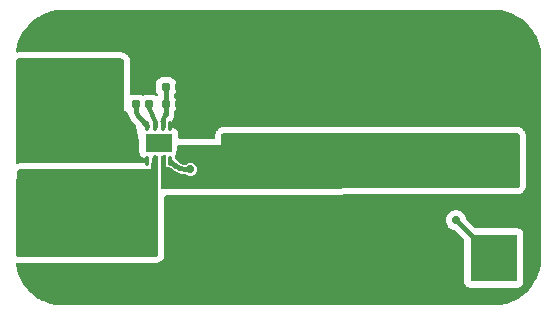
<source format=gtl>
%TF.GenerationSoftware,KiCad,Pcbnew,8.0.1*%
%TF.CreationDate,2024-12-12T11:44:27-05:00*%
%TF.ProjectId,max9643_breakout,6d617839-3634-4335-9f62-7265616b6f75,rev?*%
%TF.SameCoordinates,Original*%
%TF.FileFunction,Copper,L1,Top*%
%TF.FilePolarity,Positive*%
%FSLAX46Y46*%
G04 Gerber Fmt 4.6, Leading zero omitted, Abs format (unit mm)*
G04 Created by KiCad (PCBNEW 8.0.1) date 2024-12-12 11:44:27*
%MOMM*%
%LPD*%
G01*
G04 APERTURE LIST*
G04 Aperture macros list*
%AMRoundRect*
0 Rectangle with rounded corners*
0 $1 Rounding radius*
0 $2 $3 $4 $5 $6 $7 $8 $9 X,Y pos of 4 corners*
0 Add a 4 corners polygon primitive as box body*
4,1,4,$2,$3,$4,$5,$6,$7,$8,$9,$2,$3,0*
0 Add four circle primitives for the rounded corners*
1,1,$1+$1,$2,$3*
1,1,$1+$1,$4,$5*
1,1,$1+$1,$6,$7*
1,1,$1+$1,$8,$9*
0 Add four rect primitives between the rounded corners*
20,1,$1+$1,$2,$3,$4,$5,0*
20,1,$1+$1,$4,$5,$6,$7,0*
20,1,$1+$1,$6,$7,$8,$9,0*
20,1,$1+$1,$8,$9,$2,$3,0*%
G04 Aperture macros list end*
%TA.AperFunction,SMDPad,CuDef*%
%ADD10R,4.000000X4.000000*%
%TD*%
%TA.AperFunction,SMDPad,CuDef*%
%ADD11RoundRect,0.155000X0.155000X-0.212500X0.155000X0.212500X-0.155000X0.212500X-0.155000X-0.212500X0*%
%TD*%
%TA.AperFunction,SMDPad,CuDef*%
%ADD12RoundRect,0.155000X-0.212500X-0.155000X0.212500X-0.155000X0.212500X0.155000X-0.212500X0.155000X0*%
%TD*%
%TA.AperFunction,SMDPad,CuDef*%
%ADD13RoundRect,0.040000X-0.120000X0.340000X-0.120000X-0.340000X0.120000X-0.340000X0.120000X0.340000X0*%
%TD*%
%TA.AperFunction,SMDPad,CuDef*%
%ADD14R,2.300000X1.500000*%
%TD*%
%TA.AperFunction,SMDPad,CuDef*%
%ADD15RoundRect,0.155000X0.212500X0.155000X-0.212500X0.155000X-0.212500X-0.155000X0.212500X-0.155000X0*%
%TD*%
%TA.AperFunction,ViaPad*%
%ADD16C,0.700000*%
%TD*%
%TA.AperFunction,Conductor*%
%ADD17C,0.381000*%
%TD*%
%ADD18C,0.300000*%
G04 APERTURE END LIST*
D10*
%TO.P,J3,1,Pin_1*%
%TO.N,/RS+*%
X93500000Y-58500000D03*
%TD*%
%TO.P,J2,1,Pin_1*%
%TO.N,GND*%
X130000000Y-56000000D03*
%TD*%
%TO.P,J4,1,Pin_1*%
%TO.N,/OUT*%
X130000000Y-73000000D03*
%TD*%
D11*
%TO.P,C1,1*%
%TO.N,/VCC*%
X105925280Y-63751470D03*
%TO.P,C1,2*%
%TO.N,GND*%
X105925280Y-62616470D03*
%TD*%
D12*
%TO.P,C4,1*%
%TO.N,/VEE*%
X102240300Y-60000000D03*
%TO.P,C4,2*%
%TO.N,GND*%
X103375300Y-60000000D03*
%TD*%
D13*
%TO.P,U1,1,GND*%
%TO.N,GND*%
X102618618Y-61781470D03*
D14*
X101643618Y-63266470D03*
D13*
%TO.P,U1,2,VEE*%
%TO.N,/VEE*%
X101968618Y-61781470D03*
%TO.P,U1,3,CP1*%
%TO.N,/CP1*%
X101318618Y-61781470D03*
%TO.P,U1,4,CP2*%
%TO.N,/CP2*%
X100668618Y-61781470D03*
%TO.P,U1,5,RS+*%
%TO.N,/RS+*%
X100668618Y-64751470D03*
%TO.P,U1,6,RS-*%
%TO.N,/RS-*%
X101318618Y-64751470D03*
%TO.P,U1,7,VCC*%
%TO.N,/VCC*%
X101968618Y-64751470D03*
%TO.P,U1,8,OUT*%
%TO.N,/OUT*%
X102618618Y-64751470D03*
%TD*%
D10*
%TO.P,J5,1,Pin_1*%
%TO.N,/RS-*%
X93500000Y-70500000D03*
%TD*%
%TO.P,J1,1,Pin_1*%
%TO.N,/VCC*%
X130000000Y-64762500D03*
%TD*%
D12*
%TO.P,C3,1*%
%TO.N,/VEE*%
X102240300Y-58498530D03*
%TO.P,C3,2*%
%TO.N,GND*%
X103375300Y-58498530D03*
%TD*%
D11*
%TO.P,C2,1*%
%TO.N,/VCC*%
X104500000Y-63751470D03*
%TO.P,C2,2*%
%TO.N,GND*%
X104500000Y-62616470D03*
%TD*%
D15*
%TO.P,C5,1*%
%TO.N,/CP1*%
X100842800Y-60000000D03*
%TO.P,C5,2*%
%TO.N,/CP2*%
X99707800Y-60000000D03*
%TD*%
D16*
%TO.N,GND*%
X120000000Y-69000000D03*
X129000000Y-69000000D03*
X109500000Y-72000000D03*
X99000000Y-75000000D03*
X105000000Y-57000000D03*
X96000000Y-75000000D03*
X111000000Y-75000000D03*
X112500000Y-60000000D03*
X97500000Y-54000000D03*
X118500000Y-72000000D03*
X115500000Y-54000000D03*
X124500000Y-72000000D03*
X93000000Y-75000000D03*
X124500000Y-54000000D03*
X103500000Y-72000000D03*
X105000000Y-75000000D03*
X112500000Y-54000000D03*
X117000000Y-57000000D03*
X102000000Y-75000000D03*
X124500000Y-60000000D03*
X123000000Y-75000000D03*
X120000000Y-57000000D03*
X127500000Y-60000000D03*
X117000000Y-75000000D03*
X106500000Y-60000000D03*
X117000000Y-69000000D03*
X103500000Y-54000000D03*
X115500000Y-72000000D03*
X102000000Y-57000000D03*
X120000000Y-75000000D03*
X100500000Y-54000000D03*
X123000000Y-57000000D03*
X102200000Y-63200000D03*
X91500000Y-54000000D03*
X105000000Y-69000000D03*
X115500000Y-60000000D03*
X101100000Y-63200000D03*
X121500000Y-72000000D03*
X123000000Y-69000000D03*
X108000000Y-57000000D03*
X108000000Y-69000000D03*
X121500000Y-54000000D03*
X94500000Y-54000000D03*
X109500000Y-60000000D03*
X132000000Y-69000000D03*
X126000000Y-57000000D03*
X109500000Y-54000000D03*
X114000000Y-75000000D03*
X118500000Y-60000000D03*
X121500000Y-60000000D03*
X114000000Y-57000000D03*
X111000000Y-69000000D03*
X106500000Y-54000000D03*
X114000000Y-69000000D03*
X126000000Y-75000000D03*
X118500000Y-54000000D03*
X130500000Y-60000000D03*
X112500000Y-72000000D03*
X106500000Y-72000000D03*
X111000000Y-57000000D03*
X108000000Y-75000000D03*
%TO.N,/OUT*%
X126800000Y-69800000D03*
X104300000Y-65500000D03*
%TD*%
D17*
%TO.N,/VEE*%
X102240300Y-60767591D02*
X102240300Y-60000000D01*
X102240300Y-59975251D02*
X102240300Y-58498530D01*
X101968618Y-61423490D02*
X101968618Y-61781470D01*
X102240300Y-60767591D02*
G75*
G02*
X102104465Y-61095547I-463800J-9D01*
G01*
X102104459Y-61095541D02*
G75*
G03*
X101968609Y-61423490I327941J-327959D01*
G01*
%TO.N,/CP2*%
X99997944Y-61110796D02*
X100668618Y-61781470D01*
X99707800Y-60410326D02*
X99707800Y-60000000D01*
X99707800Y-60410326D02*
G75*
G03*
X99997960Y-61110780I990600J26D01*
G01*
%TO.N,/CP1*%
X100842800Y-60321400D02*
X100842800Y-60000000D01*
X101070064Y-60870064D02*
X101084264Y-60884264D01*
X101318618Y-61450044D02*
X101318618Y-61781470D01*
X101084264Y-60884264D02*
G75*
G02*
X101318591Y-61450044I-565764J-565736D01*
G01*
X100842800Y-60321400D02*
G75*
G03*
X101070070Y-60870058I775900J0D01*
G01*
%TO.N,/OUT*%
X103037335Y-65170187D02*
X102618618Y-64751470D01*
X126900000Y-69900000D02*
X130000000Y-73000000D01*
X103833574Y-65500000D02*
X104300000Y-65500000D01*
X103037335Y-65170187D02*
G75*
G03*
X103833574Y-65500004I796265J796287D01*
G01*
%TD*%
%TA.AperFunction,Conductor*%
%TO.N,/RS+*%
G36*
X98461980Y-56102383D02*
G01*
X98521480Y-56114218D01*
X98566175Y-56132730D01*
X98606272Y-56159522D01*
X98640477Y-56193727D01*
X98667267Y-56233822D01*
X98685781Y-56278517D01*
X98689542Y-56297427D01*
X98697617Y-56338019D01*
X98700000Y-56362210D01*
X98700000Y-60500000D01*
X98800000Y-60575000D01*
X98800003Y-60575002D01*
X98800004Y-60575003D01*
X99018003Y-60738502D01*
X99059824Y-60794473D01*
X99063377Y-60805604D01*
X99102620Y-60952043D01*
X99186984Y-61155700D01*
X99186990Y-61155712D01*
X99297208Y-61346602D01*
X99297212Y-61346608D01*
X99431403Y-61521478D01*
X99431414Y-61521490D01*
X99461208Y-61551282D01*
X99660433Y-61750507D01*
X99693648Y-61810615D01*
X99990014Y-63110064D01*
X99993118Y-63137637D01*
X99993118Y-64064340D01*
X99993119Y-64064346D01*
X99999526Y-64123953D01*
X100049820Y-64258798D01*
X100049824Y-64258805D01*
X100136070Y-64374014D01*
X100136073Y-64374017D01*
X100251282Y-64460263D01*
X100251289Y-64460267D01*
X100386134Y-64510561D01*
X100445721Y-64516968D01*
X100445731Y-64516968D01*
X100445745Y-64516970D01*
X100445758Y-64516969D01*
X100446523Y-64517011D01*
X100446700Y-64517073D01*
X100449049Y-64517326D01*
X100448989Y-64517880D01*
X100512418Y-64540241D01*
X100555293Y-64595408D01*
X100563486Y-64651132D01*
X100544348Y-64880797D01*
X100519164Y-64945970D01*
X100462743Y-64987182D01*
X100420776Y-64994500D01*
X89858723Y-64994500D01*
X89809632Y-64996892D01*
X89809622Y-64996893D01*
X89785638Y-64999235D01*
X89736992Y-65006388D01*
X89704142Y-65012864D01*
X89677953Y-65018027D01*
X89659691Y-65023516D01*
X89589823Y-65023961D01*
X89530806Y-64986562D01*
X89501377Y-64923192D01*
X89500000Y-64904764D01*
X89500000Y-56362210D01*
X89502383Y-56338019D01*
X89514218Y-56278517D01*
X89532729Y-56233826D01*
X89559524Y-56193724D01*
X89593724Y-56159524D01*
X89633826Y-56132729D01*
X89678514Y-56114219D01*
X89738028Y-56102381D01*
X89762211Y-56100000D01*
X98437789Y-56100000D01*
X98461980Y-56102383D01*
G37*
%TD.AperFunction*%
%TD*%
%TA.AperFunction,Conductor*%
%TO.N,/RS-*%
G36*
X101363825Y-64302749D02*
G01*
X101421484Y-64314219D01*
X101466175Y-64332730D01*
X101506272Y-64359522D01*
X101540477Y-64393727D01*
X101567267Y-64433821D01*
X101585781Y-64478518D01*
X101593087Y-64515250D01*
X101595320Y-64545522D01*
X101594807Y-64555977D01*
X101594500Y-64562219D01*
X101594500Y-66936939D01*
X101595491Y-66957094D01*
X101595494Y-66957123D01*
X101597883Y-66981346D01*
X101598653Y-66986523D01*
X101600000Y-67004753D01*
X101600000Y-72637789D01*
X101597617Y-72661982D01*
X101585781Y-72721482D01*
X101567266Y-72766179D01*
X101541481Y-72804772D01*
X101540481Y-72806268D01*
X101506269Y-72840479D01*
X101471975Y-72863394D01*
X101466179Y-72867267D01*
X101421482Y-72885781D01*
X101387857Y-72892469D01*
X101361978Y-72897617D01*
X101337789Y-72900000D01*
X89765719Y-72900000D01*
X89741322Y-72897576D01*
X89726775Y-72894656D01*
X89681346Y-72885540D01*
X89636332Y-72866716D01*
X89596054Y-72839507D01*
X89561786Y-72804772D01*
X89535123Y-72764129D01*
X89516908Y-72718864D01*
X89505684Y-72658732D01*
X89503590Y-72634304D01*
X89579912Y-66986523D01*
X89596503Y-65758722D01*
X89599168Y-65734780D01*
X89611603Y-65675909D01*
X89630408Y-65631783D01*
X89657313Y-65592243D01*
X89691460Y-65558555D01*
X89731360Y-65532185D01*
X89775738Y-65513979D01*
X89821090Y-65505037D01*
X89834766Y-65502342D01*
X89858750Y-65500000D01*
X100769965Y-65500000D01*
X100769967Y-65500000D01*
X101000000Y-65500000D01*
X101079937Y-64540753D01*
X101083968Y-64518100D01*
X101099273Y-64462606D01*
X101119420Y-64421429D01*
X101146807Y-64384723D01*
X101180544Y-64353681D01*
X101219394Y-64329439D01*
X101262102Y-64312779D01*
X101316717Y-64302505D01*
X101363825Y-64302749D01*
G37*
%TD.AperFunction*%
%TD*%
%TA.AperFunction,Conductor*%
%TO.N,GND*%
G36*
X130000733Y-52000008D02*
G01*
X130191077Y-52002343D01*
X130201681Y-52002930D01*
X130581224Y-52040312D01*
X130593249Y-52042096D01*
X130966527Y-52116345D01*
X130978329Y-52119301D01*
X131342544Y-52229785D01*
X131354002Y-52233885D01*
X131705627Y-52379532D01*
X131716626Y-52384734D01*
X132052282Y-52564147D01*
X132062713Y-52570399D01*
X132379169Y-52781849D01*
X132388942Y-52789097D01*
X132683148Y-53030544D01*
X132692165Y-53038717D01*
X132961282Y-53307834D01*
X132969455Y-53316851D01*
X133210902Y-53611057D01*
X133218150Y-53620830D01*
X133429600Y-53937286D01*
X133435856Y-53947724D01*
X133615264Y-54283372D01*
X133620467Y-54294372D01*
X133766114Y-54645997D01*
X133770214Y-54657455D01*
X133880698Y-55021670D01*
X133883654Y-55033474D01*
X133957902Y-55406744D01*
X133959688Y-55418781D01*
X133997068Y-55798304D01*
X133997656Y-55808937D01*
X133999991Y-55999266D01*
X134000000Y-56000787D01*
X134000000Y-72999212D01*
X133999991Y-73000733D01*
X133997656Y-73191062D01*
X133997068Y-73201695D01*
X133959688Y-73581218D01*
X133957902Y-73593255D01*
X133883654Y-73966525D01*
X133880698Y-73978329D01*
X133770214Y-74342544D01*
X133766114Y-74354002D01*
X133620467Y-74705627D01*
X133615264Y-74716627D01*
X133435856Y-75052275D01*
X133429600Y-75062713D01*
X133218150Y-75379169D01*
X133210902Y-75388942D01*
X132969455Y-75683148D01*
X132961282Y-75692165D01*
X132692165Y-75961282D01*
X132683148Y-75969455D01*
X132388942Y-76210902D01*
X132379169Y-76218150D01*
X132062713Y-76429600D01*
X132052275Y-76435856D01*
X131716627Y-76615264D01*
X131705627Y-76620467D01*
X131354002Y-76766114D01*
X131342544Y-76770214D01*
X130978329Y-76880698D01*
X130966525Y-76883654D01*
X130593255Y-76957902D01*
X130581218Y-76959688D01*
X130201695Y-76997068D01*
X130191062Y-76997656D01*
X130000734Y-76999991D01*
X129999213Y-77000000D01*
X93500787Y-77000000D01*
X93499266Y-76999991D01*
X93308937Y-76997656D01*
X93298304Y-76997068D01*
X92918781Y-76959688D01*
X92906744Y-76957902D01*
X92533474Y-76883654D01*
X92521670Y-76880698D01*
X92157455Y-76770214D01*
X92145997Y-76766114D01*
X91794372Y-76620467D01*
X91783372Y-76615264D01*
X91447724Y-76435856D01*
X91437286Y-76429600D01*
X91120830Y-76218150D01*
X91111057Y-76210902D01*
X90816851Y-75969455D01*
X90807834Y-75961282D01*
X90538717Y-75692165D01*
X90530544Y-75683148D01*
X90289097Y-75388942D01*
X90281849Y-75379169D01*
X90175387Y-75219839D01*
X90070396Y-75062708D01*
X90064143Y-75052275D01*
X90061795Y-75047883D01*
X89884734Y-74716626D01*
X89879532Y-74705627D01*
X89733885Y-74354002D01*
X89729785Y-74342544D01*
X89619301Y-73978329D01*
X89616345Y-73966525D01*
X89542097Y-73593255D01*
X89540311Y-73581218D01*
X89535591Y-73533293D01*
X89548610Y-73464647D01*
X89596675Y-73413937D01*
X89664526Y-73397262D01*
X89677335Y-73398503D01*
X89691343Y-73400599D01*
X89715740Y-73403023D01*
X89765719Y-73405500D01*
X101337776Y-73405500D01*
X101337789Y-73405500D01*
X101387349Y-73403065D01*
X101411538Y-73400682D01*
X101460596Y-73393404D01*
X101520100Y-73381568D01*
X101614928Y-73352802D01*
X101659625Y-73334288D01*
X101747025Y-73287571D01*
X101787115Y-73260783D01*
X101863706Y-73197927D01*
X101897918Y-73163716D01*
X101960797Y-73087097D01*
X101987582Y-73047008D01*
X102034284Y-72959633D01*
X102052799Y-72914936D01*
X102081567Y-72820106D01*
X102093403Y-72760606D01*
X102100682Y-72711534D01*
X102103065Y-72687341D01*
X102105500Y-72637789D01*
X102105500Y-69800000D01*
X125944815Y-69800000D01*
X125963503Y-69977805D01*
X125963504Y-69977807D01*
X126018747Y-70147829D01*
X126018750Y-70147835D01*
X126108141Y-70302665D01*
X126149812Y-70348946D01*
X126227764Y-70435521D01*
X126227767Y-70435523D01*
X126227770Y-70435526D01*
X126372407Y-70540612D01*
X126535733Y-70613329D01*
X126627273Y-70632786D01*
X126688755Y-70665978D01*
X126689173Y-70666395D01*
X127463181Y-71440403D01*
X127496666Y-71501726D01*
X127499500Y-71528084D01*
X127499500Y-75047870D01*
X127499501Y-75047876D01*
X127505908Y-75107483D01*
X127556202Y-75242328D01*
X127556206Y-75242335D01*
X127642452Y-75357544D01*
X127642455Y-75357547D01*
X127757664Y-75443793D01*
X127757671Y-75443797D01*
X127892517Y-75494091D01*
X127892516Y-75494091D01*
X127899444Y-75494835D01*
X127952127Y-75500500D01*
X132047872Y-75500499D01*
X132107483Y-75494091D01*
X132242331Y-75443796D01*
X132357546Y-75357546D01*
X132443796Y-75242331D01*
X132494091Y-75107483D01*
X132500500Y-75047873D01*
X132500499Y-70952128D01*
X132494091Y-70892517D01*
X132443796Y-70757669D01*
X132443795Y-70757668D01*
X132443793Y-70757664D01*
X132357547Y-70642455D01*
X132357544Y-70642452D01*
X132242335Y-70556206D01*
X132242328Y-70556202D01*
X132107482Y-70505908D01*
X132107483Y-70505908D01*
X132047883Y-70499501D01*
X132047881Y-70499500D01*
X132047873Y-70499500D01*
X132047865Y-70499500D01*
X128528084Y-70499500D01*
X128461045Y-70479815D01*
X128440403Y-70463181D01*
X127671901Y-69694679D01*
X127638416Y-69633356D01*
X127637009Y-69624605D01*
X127636498Y-69622201D01*
X127581252Y-69452170D01*
X127581249Y-69452164D01*
X127491859Y-69297335D01*
X127445003Y-69245296D01*
X127372235Y-69164478D01*
X127372232Y-69164476D01*
X127372231Y-69164475D01*
X127372230Y-69164474D01*
X127227593Y-69059388D01*
X127064267Y-68986671D01*
X127064265Y-68986670D01*
X126936594Y-68959533D01*
X126889391Y-68949500D01*
X126710609Y-68949500D01*
X126679954Y-68956015D01*
X126535733Y-68986670D01*
X126535728Y-68986672D01*
X126372408Y-69059387D01*
X126227768Y-69164475D01*
X126108140Y-69297336D01*
X126018750Y-69452164D01*
X126018747Y-69452170D01*
X125963504Y-69622192D01*
X125963503Y-69622194D01*
X125944815Y-69800000D01*
X102105500Y-69800000D01*
X102105500Y-67828087D01*
X102125185Y-67761048D01*
X102177989Y-67715293D01*
X102229089Y-67704088D01*
X131940305Y-67606356D01*
X131989748Y-67603769D01*
X132013867Y-67601318D01*
X132062800Y-67593910D01*
X132122153Y-67581927D01*
X132122160Y-67581925D01*
X132216701Y-67552971D01*
X132216703Y-67552969D01*
X132216710Y-67552968D01*
X132261270Y-67534382D01*
X132348375Y-67487571D01*
X132388332Y-67460754D01*
X132464665Y-67397872D01*
X132498750Y-67363674D01*
X132561371Y-67287145D01*
X132588054Y-67247104D01*
X132634576Y-67159852D01*
X132653016Y-67115232D01*
X132681665Y-67020583D01*
X132693453Y-66961197D01*
X132700703Y-66912224D01*
X132703076Y-66888081D01*
X132704016Y-66868893D01*
X132705500Y-66838646D01*
X132705500Y-62662223D01*
X132705500Y-62662210D01*
X132703065Y-62612654D01*
X132700682Y-62588463D01*
X132700681Y-62588460D01*
X132700680Y-62588446D01*
X132693406Y-62539419D01*
X132693404Y-62539406D01*
X132693403Y-62539398D01*
X132681567Y-62479896D01*
X132652799Y-62385064D01*
X132634285Y-62340369D01*
X132598886Y-62274141D01*
X132587585Y-62252998D01*
X132587571Y-62252974D01*
X132560797Y-62212904D01*
X132560784Y-62212886D01*
X132497915Y-62136280D01*
X132463719Y-62102085D01*
X132463714Y-62102080D01*
X132387113Y-62039214D01*
X132361916Y-62022378D01*
X132347021Y-62012425D01*
X132347011Y-62012419D01*
X132274814Y-61973830D01*
X132259610Y-61965704D01*
X132259608Y-61965703D01*
X132259607Y-61965702D01*
X132214912Y-61947190D01*
X132120100Y-61918432D01*
X132120097Y-61918431D01*
X132120096Y-61918431D01*
X132060596Y-61906596D01*
X132060591Y-61906595D01*
X132060573Y-61906592D01*
X132011570Y-61899322D01*
X132011511Y-61899315D01*
X131987350Y-61896935D01*
X131974303Y-61896294D01*
X131937789Y-61894500D01*
X107162211Y-61894500D01*
X107135647Y-61895804D01*
X107112690Y-61896931D01*
X107112652Y-61896934D01*
X107088528Y-61899309D01*
X107088477Y-61899315D01*
X107039431Y-61906590D01*
X107039413Y-61906593D01*
X107039410Y-61906594D01*
X107031828Y-61908102D01*
X106979905Y-61918429D01*
X106885070Y-61947197D01*
X106840380Y-61965707D01*
X106752992Y-62012417D01*
X106752981Y-62012423D01*
X106722807Y-62032585D01*
X106712887Y-62039214D01*
X106712884Y-62039216D01*
X106712880Y-62039218D01*
X106636276Y-62102086D01*
X106602086Y-62136276D01*
X106539218Y-62212880D01*
X106539216Y-62212883D01*
X106539215Y-62212885D01*
X106532585Y-62222807D01*
X106512423Y-62252981D01*
X106512417Y-62252991D01*
X106465705Y-62340385D01*
X106465701Y-62340395D01*
X106447196Y-62385072D01*
X106418429Y-62479904D01*
X106406591Y-62539424D01*
X106399317Y-62588467D01*
X106399316Y-62588474D01*
X106396935Y-62612644D01*
X106396935Y-62612653D01*
X106396935Y-62612654D01*
X106394500Y-62662210D01*
X106394500Y-62662223D01*
X106394500Y-62770500D01*
X106374815Y-62837539D01*
X106322011Y-62883294D01*
X106270500Y-62894500D01*
X106229186Y-62894500D01*
X106194591Y-62889576D01*
X106189000Y-62887952D01*
X106183636Y-62886393D01*
X106146483Y-62883470D01*
X105704089Y-62883470D01*
X105704064Y-62883471D01*
X105666921Y-62886394D01*
X105655969Y-62889576D01*
X105621374Y-62894500D01*
X104803906Y-62894500D01*
X104769311Y-62889576D01*
X104763720Y-62887952D01*
X104758356Y-62886393D01*
X104721203Y-62883470D01*
X104278809Y-62883470D01*
X104278784Y-62883471D01*
X104241641Y-62886394D01*
X104230689Y-62889576D01*
X104196094Y-62894500D01*
X103435106Y-62894500D01*
X103423763Y-62895017D01*
X103355897Y-62878406D01*
X103307785Y-62827740D01*
X103294117Y-62771146D01*
X103294117Y-62468599D01*
X103294116Y-62468593D01*
X103287709Y-62408986D01*
X103237415Y-62274141D01*
X103237411Y-62274134D01*
X103151165Y-62158925D01*
X103151162Y-62158922D01*
X103035953Y-62072676D01*
X103035946Y-62072672D01*
X102901100Y-62022378D01*
X102901101Y-62022378D01*
X102841501Y-62015971D01*
X102841499Y-62015970D01*
X102841491Y-62015970D01*
X102841483Y-62015970D01*
X102777605Y-62015970D01*
X102710566Y-61996285D01*
X102664811Y-61943481D01*
X102654867Y-61874323D01*
X102655988Y-61867777D01*
X102659618Y-61849529D01*
X102659618Y-61557046D01*
X102679303Y-61490007D01*
X102683299Y-61484162D01*
X102764189Y-61372822D01*
X102846706Y-61210864D01*
X102902871Y-61037992D01*
X102931302Y-60858461D01*
X102931300Y-60767578D01*
X102931300Y-60759044D01*
X102931300Y-60654879D01*
X102950985Y-60587840D01*
X102967617Y-60567199D01*
X102974863Y-60559954D01*
X103059170Y-60417400D01*
X103105376Y-60258358D01*
X103108300Y-60221203D01*
X103108299Y-59778798D01*
X103105376Y-59741642D01*
X103059170Y-59582600D01*
X102974863Y-59440046D01*
X102974861Y-59440044D01*
X102974858Y-59440040D01*
X102967619Y-59432801D01*
X102934134Y-59371478D01*
X102931300Y-59345120D01*
X102931300Y-59153409D01*
X102950985Y-59086370D01*
X102967617Y-59065729D01*
X102974863Y-59058484D01*
X103059170Y-58915930D01*
X103105376Y-58756888D01*
X103108300Y-58719733D01*
X103108299Y-58277328D01*
X103105376Y-58240172D01*
X103059170Y-58081130D01*
X102974863Y-57938576D01*
X102974861Y-57938574D01*
X102974858Y-57938570D01*
X102857759Y-57821471D01*
X102857750Y-57821464D01*
X102715198Y-57737159D01*
X102715195Y-57737158D01*
X102556162Y-57690954D01*
X102556156Y-57690953D01*
X102519003Y-57688030D01*
X101961609Y-57688030D01*
X101961584Y-57688031D01*
X101924445Y-57690953D01*
X101765399Y-57737160D01*
X101622849Y-57821464D01*
X101622840Y-57821471D01*
X101505741Y-57938570D01*
X101505734Y-57938579D01*
X101421429Y-58081131D01*
X101421428Y-58081134D01*
X101375224Y-58240167D01*
X101375223Y-58240173D01*
X101372300Y-58277319D01*
X101372300Y-58719720D01*
X101372301Y-58719745D01*
X101375223Y-58756884D01*
X101421430Y-58915930D01*
X101505734Y-59058480D01*
X101505735Y-59058481D01*
X101505737Y-59058484D01*
X101512979Y-59065726D01*
X101546465Y-59127046D01*
X101549300Y-59153409D01*
X101549300Y-59158203D01*
X101529615Y-59225242D01*
X101476811Y-59270997D01*
X101407653Y-59280941D01*
X101362179Y-59264935D01*
X101317698Y-59238629D01*
X101317695Y-59238628D01*
X101158662Y-59192424D01*
X101158656Y-59192423D01*
X101121503Y-59189500D01*
X100564109Y-59189500D01*
X100564084Y-59189501D01*
X100526945Y-59192423D01*
X100367898Y-59238630D01*
X100338419Y-59256064D01*
X100270694Y-59273245D01*
X100212181Y-59256064D01*
X100182700Y-59238630D01*
X100182695Y-59238628D01*
X100023662Y-59192424D01*
X100023656Y-59192423D01*
X99986503Y-59189500D01*
X99429109Y-59189500D01*
X99429084Y-59189501D01*
X99391944Y-59192423D01*
X99377753Y-59196546D01*
X99364092Y-59200514D01*
X99294225Y-59200315D01*
X99235555Y-59162372D01*
X99206712Y-59098734D01*
X99205500Y-59081438D01*
X99205500Y-56362223D01*
X99205500Y-56362210D01*
X99203065Y-56312654D01*
X99200682Y-56288463D01*
X99200681Y-56288460D01*
X99200680Y-56288446D01*
X99193406Y-56239419D01*
X99193404Y-56239406D01*
X99193403Y-56239398D01*
X99181567Y-56179896D01*
X99152799Y-56085064D01*
X99134285Y-56040369D01*
X99112315Y-55999266D01*
X99087585Y-55952998D01*
X99087571Y-55952974D01*
X99060797Y-55912904D01*
X99060784Y-55912886D01*
X98997915Y-55836280D01*
X98963719Y-55802085D01*
X98963714Y-55802080D01*
X98887113Y-55739214D01*
X98885564Y-55738179D01*
X98847021Y-55712425D01*
X98847011Y-55712419D01*
X98774814Y-55673830D01*
X98759610Y-55665704D01*
X98759608Y-55665703D01*
X98759607Y-55665702D01*
X98714912Y-55647190D01*
X98620100Y-55618432D01*
X98620097Y-55618431D01*
X98620096Y-55618431D01*
X98560596Y-55606596D01*
X98560591Y-55606595D01*
X98560573Y-55606592D01*
X98511570Y-55599322D01*
X98511511Y-55599315D01*
X98487350Y-55596935D01*
X98474303Y-55596294D01*
X98437789Y-55594500D01*
X89762211Y-55594500D01*
X89735647Y-55595804D01*
X89712690Y-55596931D01*
X89712652Y-55596934D01*
X89688528Y-55599309D01*
X89688503Y-55599312D01*
X89688497Y-55599313D01*
X89683448Y-55600061D01*
X89677229Y-55600984D01*
X89608028Y-55591342D01*
X89555024Y-55545819D01*
X89535047Y-55478866D01*
X89535641Y-55466190D01*
X89540312Y-55418766D01*
X89542097Y-55406744D01*
X89616346Y-55033468D01*
X89619301Y-55021670D01*
X89729785Y-54657455D01*
X89733885Y-54645997D01*
X89879532Y-54294372D01*
X89884730Y-54283380D01*
X90064152Y-53947708D01*
X90070390Y-53937300D01*
X90281852Y-53620825D01*
X90289091Y-53611064D01*
X90530555Y-53316838D01*
X90538707Y-53307844D01*
X90807844Y-53038707D01*
X90816838Y-53030555D01*
X91111064Y-52789091D01*
X91120825Y-52781852D01*
X91437300Y-52570390D01*
X91447708Y-52564152D01*
X91783380Y-52384730D01*
X91794363Y-52379535D01*
X92146004Y-52233882D01*
X92157447Y-52229787D01*
X92521677Y-52119299D01*
X92533468Y-52116346D01*
X92906753Y-52042095D01*
X92918772Y-52040312D01*
X93298320Y-52002930D01*
X93308922Y-52002343D01*
X93496784Y-52000039D01*
X93499267Y-52000009D01*
X93500787Y-52000000D01*
X129999213Y-52000000D01*
X130000733Y-52000008D01*
G37*
%TD.AperFunction*%
%TD*%
%TA.AperFunction,Conductor*%
%TO.N,/VCC*%
G36*
X131961980Y-62402383D02*
G01*
X132021480Y-62414218D01*
X132066175Y-62432730D01*
X132106272Y-62459522D01*
X132140477Y-62493727D01*
X132167267Y-62533822D01*
X132185781Y-62578517D01*
X132189542Y-62597427D01*
X132197617Y-62638019D01*
X132200000Y-62662210D01*
X132200000Y-66838634D01*
X132197627Y-66862777D01*
X132185839Y-66922163D01*
X132167399Y-66966783D01*
X132140716Y-67006824D01*
X132106631Y-67041022D01*
X132066674Y-67067839D01*
X132022114Y-67086425D01*
X132011401Y-67088587D01*
X131962761Y-67098408D01*
X131938642Y-67100859D01*
X102063058Y-67199133D01*
X102038811Y-67196821D01*
X101979157Y-67185133D01*
X101934321Y-67166691D01*
X101894094Y-67139932D01*
X101859755Y-67105706D01*
X101832866Y-67065571D01*
X101814277Y-67020798D01*
X101802391Y-66961172D01*
X101800000Y-66936939D01*
X101800000Y-64562210D01*
X101802383Y-64538019D01*
X101814218Y-64478519D01*
X101832729Y-64433826D01*
X101859524Y-64393724D01*
X101893724Y-64359524D01*
X101933826Y-64332729D01*
X101978514Y-64314219D01*
X102038028Y-64302381D01*
X102062211Y-64300000D01*
X102134118Y-64300000D01*
X102201157Y-64319685D01*
X102246912Y-64372489D01*
X102258118Y-64424000D01*
X102258118Y-64569839D01*
X102253893Y-64601931D01*
X102227618Y-64699992D01*
X102227618Y-64699994D01*
X102227618Y-64802946D01*
X102251936Y-64893704D01*
X102253893Y-64901005D01*
X102258118Y-64933098D01*
X102258118Y-65115162D01*
X102272070Y-65185304D01*
X102272071Y-65185307D01*
X102272072Y-65185309D01*
X102325227Y-65264861D01*
X102404779Y-65318016D01*
X102404782Y-65318016D01*
X102404783Y-65318017D01*
X102474925Y-65331969D01*
X102474928Y-65331970D01*
X102474930Y-65331970D01*
X102594798Y-65331970D01*
X102661837Y-65351655D01*
X102682479Y-65368289D01*
X102716768Y-65402578D01*
X102716789Y-65402601D01*
X102760859Y-65446669D01*
X102802795Y-65488605D01*
X102802847Y-65488651D01*
X102831166Y-65516969D01*
X102831173Y-65516974D01*
X102988942Y-65638033D01*
X102988948Y-65638036D01*
X102988951Y-65638039D01*
X103161158Y-65737462D01*
X103161159Y-65737462D01*
X103161162Y-65737464D01*
X103344887Y-65813566D01*
X103344890Y-65813566D01*
X103344893Y-65813568D01*
X103514324Y-65858969D01*
X103536973Y-65865038D01*
X103734134Y-65890998D01*
X103767652Y-65890998D01*
X103767668Y-65891000D01*
X103833565Y-65891000D01*
X103863178Y-65891001D01*
X103930214Y-65910685D01*
X103938655Y-65916620D01*
X103975335Y-65944765D01*
X104022373Y-65980860D01*
X104022374Y-65980860D01*
X104022375Y-65980861D01*
X104156291Y-66036330D01*
X104283280Y-66053048D01*
X104299999Y-66055250D01*
X104300000Y-66055250D01*
X104300001Y-66055250D01*
X104314977Y-66053278D01*
X104443709Y-66036330D01*
X104577625Y-65980861D01*
X104692621Y-65892621D01*
X104780861Y-65777625D01*
X104836330Y-65643709D01*
X104855250Y-65500000D01*
X104836330Y-65356291D01*
X104780861Y-65222375D01*
X104692621Y-65107379D01*
X104577625Y-65019139D01*
X104577624Y-65019138D01*
X104577622Y-65019137D01*
X104443712Y-64963671D01*
X104443710Y-64963670D01*
X104443709Y-64963670D01*
X104371854Y-64954210D01*
X104300001Y-64944750D01*
X104299999Y-64944750D01*
X104156291Y-64963670D01*
X104156287Y-64963671D01*
X104022377Y-65019137D01*
X103987434Y-65045950D01*
X103938659Y-65083376D01*
X103873491Y-65108570D01*
X103863174Y-65109000D01*
X103839680Y-65109000D01*
X103827523Y-65108403D01*
X103702327Y-65096069D01*
X103678488Y-65091326D01*
X103563975Y-65056588D01*
X103541518Y-65047286D01*
X103435973Y-64990871D01*
X103415762Y-64977367D01*
X103318486Y-64897536D01*
X103309469Y-64889363D01*
X103015437Y-64595331D01*
X102981952Y-64534008D01*
X102979118Y-64507650D01*
X102979118Y-64387783D01*
X102976049Y-64372354D01*
X102982277Y-64302762D01*
X102984423Y-64300000D01*
X103100000Y-64300000D01*
X103174037Y-63633662D01*
X103178570Y-63611525D01*
X103194904Y-63557417D01*
X103215512Y-63517411D01*
X103243034Y-63481817D01*
X103276563Y-63451807D01*
X103314982Y-63428381D01*
X103357016Y-63412318D01*
X103412608Y-63402058D01*
X103435106Y-63400000D01*
X106650001Y-63400000D01*
X106900000Y-63400000D01*
X106900000Y-62662210D01*
X106902383Y-62638019D01*
X106914218Y-62578517D01*
X106932729Y-62533826D01*
X106959524Y-62493724D01*
X106993724Y-62459524D01*
X107033826Y-62432729D01*
X107078514Y-62414219D01*
X107138028Y-62402381D01*
X107162211Y-62400000D01*
X131937789Y-62400000D01*
X131961980Y-62402383D01*
G37*
%TD.AperFunction*%
%TD*%
D18*
X120000000Y-69000000D03*
X129000000Y-69000000D03*
X109500000Y-72000000D03*
X99000000Y-75000000D03*
X105000000Y-57000000D03*
X96000000Y-75000000D03*
X111000000Y-75000000D03*
X112500000Y-60000000D03*
X97500000Y-54000000D03*
X118500000Y-72000000D03*
X115500000Y-54000000D03*
X124500000Y-72000000D03*
X93000000Y-75000000D03*
X124500000Y-54000000D03*
X103500000Y-72000000D03*
X105000000Y-75000000D03*
X112500000Y-54000000D03*
X117000000Y-57000000D03*
X102000000Y-75000000D03*
X124500000Y-60000000D03*
X123000000Y-75000000D03*
X120000000Y-57000000D03*
X127500000Y-60000000D03*
X117000000Y-75000000D03*
X106500000Y-60000000D03*
X117000000Y-69000000D03*
X103500000Y-54000000D03*
X115500000Y-72000000D03*
X102000000Y-57000000D03*
X120000000Y-75000000D03*
X100500000Y-54000000D03*
X123000000Y-57000000D03*
X102200000Y-63200000D03*
X91500000Y-54000000D03*
X105000000Y-69000000D03*
X115500000Y-60000000D03*
X101100000Y-63200000D03*
X121500000Y-72000000D03*
X123000000Y-69000000D03*
X108000000Y-57000000D03*
X108000000Y-69000000D03*
X121500000Y-54000000D03*
X94500000Y-54000000D03*
X109500000Y-60000000D03*
X132000000Y-69000000D03*
X126000000Y-57000000D03*
X109500000Y-54000000D03*
X114000000Y-75000000D03*
X118500000Y-60000000D03*
X121500000Y-60000000D03*
X114000000Y-57000000D03*
X111000000Y-69000000D03*
X106500000Y-54000000D03*
X114000000Y-69000000D03*
X126000000Y-75000000D03*
X118500000Y-54000000D03*
X130500000Y-60000000D03*
X112500000Y-72000000D03*
X106500000Y-72000000D03*
X111000000Y-57000000D03*
X108000000Y-75000000D03*
X126800000Y-69800000D03*
X104300000Y-65500000D03*
M02*

</source>
